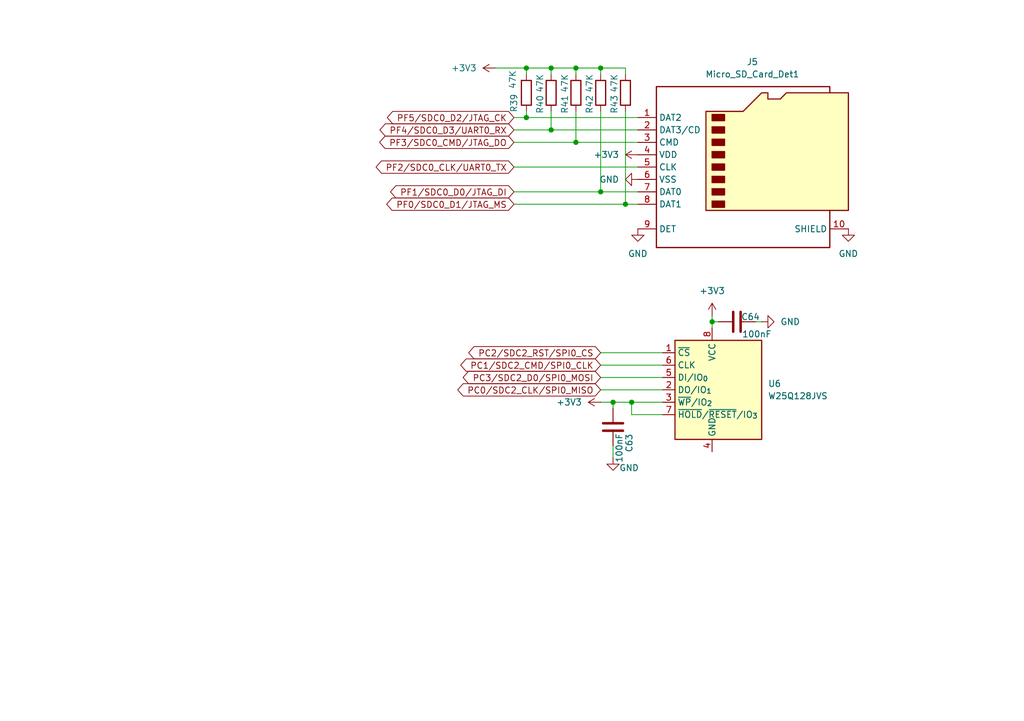
<source format=kicad_sch>
(kicad_sch (version 20250114) (generator "eeschema") (generator_version "9.0")
  (paper "A5")
  (lib_symbols
    (symbol "Connector:Micro_SD_Card_Det1"
      (property "Reference" "J" (at -16.51 17.78 0))
      (property "Value" "Micro_SD_Card_Det1" (at 16.51 17.78 0))
      (symbol "Micro_SD_Card_Det1_0_1"
        (polyline (pts (xy -8.89 -8.89) (xy -8.89 11.43) (xy -1.27 11.43) (xy 2.54 15.24) (xy 3.81 15.24) (xy 3.81 13.97) (xy 6.35 13.97) (xy 7.62 15.24) (xy 20.32 15.24) (xy 20.32 -8.89) (xy -8.89 -8.89)) (stroke (width 0.254)) (fill (type background)))
        (rectangle (start -7.62 10.795) (end -5.08 9.525) (stroke (width 0.254)) (fill (type outline)))
        (rectangle (start -7.62 8.255) (end -5.08 6.985) (stroke (width 0.254)) (fill (type outline)))
        (rectangle (start -7.62 5.715) (end -5.08 4.445) (stroke (width 0.254)) (fill (type outline)))
        (rectangle (start -7.62 3.175) (end -5.08 1.905) (stroke (width 0.254)) (fill (type outline)))
        (rectangle (start -7.62 0.635) (end -5.08 -0.635) (stroke (width 0.254)) (fill (type outline)))
        (rectangle (start -7.62 -1.905) (end -5.08 -3.175) (stroke (width 0.254)) (fill (type outline)))
        (rectangle (start -7.62 -4.445) (end -5.08 -5.715) (stroke (width 0.254)) (fill (type outline)))
        (rectangle (start -7.62 -6.985) (end -5.08 -8.255) (stroke (width 0.254)) (fill (type outline)))
        (polyline (pts (xy 16.51 15.24) (xy 16.51 16.51) (xy -19.05 16.51) (xy -19.05 -16.51) (xy 16.51 -16.51) (xy 16.51 -8.89)) (stroke (width 0.254)))
      )
      (symbol "Micro_SD_Card_Det1_1_1"
        (pin bidirectional line (at -22.86 10.16 0) (length 3.81) (name "DAT2") (number "1"))
        (pin bidirectional line (at -22.86 7.62 0) (length 3.81) (name "DAT3/CD") (number "2"))
        (pin input line (at -22.86 5.08 0) (length 3.81) (name "CMD") (number "3"))
        (pin power_in line (at -22.86 2.54 0) (length 3.81) (name "VDD") (number "4"))
        (pin input line (at -22.86 0 0) (length 3.81) (name "CLK") (number "5"))
        (pin power_in line (at -22.86 -2.54 0) (length 3.81) (name "VSS") (number "6"))
        (pin bidirectional line (at -22.86 -5.08 0) (length 3.81) (name "DAT0") (number "7"))
        (pin bidirectional line (at -22.86 -7.62 0) (length 3.81) (name "DAT1") (number "8"))
        (pin passive line (at -22.86 -12.7 0) (length 3.81) (name "DET") (number "9"))
        (pin passive line (at 20.32 -12.7 180) (length 3.81) (name "SHIELD") (number "10"))
      )
    )
    (symbol "Device:C" (pin_numbers (hide yes)) (pin_names (offset 0.254))
      (property "Reference" "C" (at 0.635 2.54 0))
      (property "Value" "C" (at 0.635 -2.54 0))
      (symbol "C_0_1"
        (polyline (pts (xy -2.032 0.762) (xy 2.032 0.762)) (stroke (width 0.508)))
        (polyline (pts (xy -2.032 -0.762) (xy 2.032 -0.762)) (stroke (width 0.508)))
      )
      (symbol "C_1_1"
        (pin passive line (at 0 3.81 270) (length 2.794) (name "~") (number "1"))
        (pin passive line (at 0 -3.81 90) (length 2.794) (name "~") (number "2"))
      )
    )
    (symbol "Device:R" (pin_numbers (hide yes)) (pin_names (offset 0))
      (property "Reference" "R" (at 2.032 0 90))
      (property "Value" "R" (at 0 0 90))
      (symbol "R_0_1"
        (rectangle (start -1.016 -2.54) (end 1.016 2.54) (stroke (width 0.254)))
      )
      (symbol "R_1_1"
        (pin passive line (at 0 3.81 270) (length 1.27) (name "~") (number "1"))
        (pin passive line (at 0 -3.81 90) (length 1.27) (name "~") (number "2"))
      )
    )
    (symbol "Memory_Flash:W25Q128JVS"
      (property "Reference" "U" (at -6.35 11.43 0))
      (property "Value" "W25Q128JVS" (at 7.62 11.43 0))
      (symbol "W25Q128JVS_0_1"
        (rectangle (start -7.62 10.16) (end 10.16 -10.16) (stroke (width 0.254)) (fill (type background)))
      )
      (symbol "W25Q128JVS_1_1"
        (pin input line (at -10.16 7.62 0) (length 2.54) (name "~{CS}") (number "1"))
        (pin input line (at -10.16 5.08 0) (length 2.54) (name "CLK") (number "6"))
        (pin bidirectional line (at -10.16 2.54 0) (length 2.54) (name "DI/IO_{0}") (number "5"))
        (pin bidirectional line (at -10.16 0 0) (length 2.54) (name "DO/IO_{1}") (number "2"))
        (pin bidirectional line (at -10.16 -2.54 0) (length 2.54) (name "~{WP}/IO_{2}") (number "3"))
        (pin bidirectional line (at -10.16 -5.08 0) (length 2.54) (name "~{HOLD}/~{RESET}/IO_{3}") (number "7"))
        (pin power_in line (at 0 12.7 270) (length 2.54) (name "VCC") (number "8"))
        (pin power_in line (at 0 -12.7 90) (length 2.54) (name "GND") (number "4"))
      )
    )
    (symbol "power:+3V3" (power) (pin_numbers (hide yes)) (pin_names (offset 0) (hide yes))
      (property "Value" "+3V3" (at 0 3.556 0))
      (symbol "+3V3_0_1"
        (polyline (pts (xy -0.762 1.27) (xy 0 2.54)))
        (polyline (pts (xy 0 2.54) (xy 0.762 1.27)))
        (polyline (pts (xy 0 0) (xy 0 2.54)))
      )
      (symbol "+3V3_1_1"
        (pin power_in line (at 0 0 90) (length 0) (name "~") (number "1"))
      )
    )
    (symbol "power:GND" (power) (pin_numbers (hide yes)) (pin_names (offset 0) (hide yes))
      (property "Value" "GND" (at 0 -3.81 0))
      (symbol "GND_0_1"
        (polyline (pts (xy 0 0) (xy 0 -1.27) (xy 1.27 -1.27) (xy 0 -2.54) (xy -1.27 -1.27) (xy 0 -1.27)))
      )
      (symbol "GND_1_1"
        (pin power_in line (at 0 0 270) (length 0) (name "~") (number "1"))
      )
    )
  )
  (junction (at 146.05 66.04))
  (junction (at 113.03 26.67))
  (junction (at 107.95 24.13))
  (junction (at 123.19 39.37))
  (junction (at 107.95 13.97))
  (junction (at 125.73 82.55))
  (junction (at 113.03 13.97))
  (junction (at 128.27 41.91))
  (junction (at 129.54 82.55))
  (junction (at 123.19 13.97))
  (junction (at 118.11 13.97))
  (junction (at 118.11 29.21))
  (wire (pts (xy 105.41 34.29) (xy 130.81 34.29)))
  (wire (pts (xy 118.11 13.97) (xy 123.19 13.97)))
  (wire (pts (xy 147.32 66.04) (xy 146.05 66.04)))
  (wire (pts (xy 105.41 41.91) (xy 128.27 41.91)))
  (wire (pts (xy 105.41 39.37) (xy 123.19 39.37)))
  (wire (pts (xy 123.19 39.37) (xy 130.81 39.37)))
  (wire (pts (xy 146.05 66.04) (xy 146.05 67.31)))
  (wire (pts (xy 105.41 24.13) (xy 107.95 24.13)))
  (wire (pts (xy 113.03 22.86) (xy 113.03 26.67)))
  (wire (pts (xy 123.19 80.01) (xy 135.89 80.01)))
  (wire (pts (xy 125.73 91.44) (xy 125.73 93.98)))
  (wire (pts (xy 113.03 13.97) (xy 113.03 15.24)))
  (wire (pts (xy 101.6 13.97) (xy 107.95 13.97)))
  (wire (pts (xy 105.41 26.67) (xy 113.03 26.67)))
  (wire (pts (xy 146.05 64.77) (xy 146.05 66.04)))
  (wire (pts (xy 128.27 13.97) (xy 128.27 15.24)))
  (wire (pts (xy 123.19 22.86) (xy 123.19 39.37)))
  (wire (pts (xy 128.27 22.86) (xy 128.27 41.91)))
  (wire (pts (xy 107.95 13.97) (xy 113.03 13.97)))
  (wire (pts (xy 125.73 82.55) (xy 125.73 83.82)))
  (wire (pts (xy 128.27 41.91) (xy 130.81 41.91)))
  (wire (pts (xy 105.41 29.21) (xy 118.11 29.21)))
  (wire (pts (xy 129.54 85.09) (xy 129.54 82.55)))
  (wire (pts (xy 123.19 82.55) (xy 125.73 82.55)))
  (wire (pts (xy 118.11 29.21) (xy 130.81 29.21)))
  (wire (pts (xy 123.19 72.39) (xy 135.89 72.39)))
  (wire (pts (xy 125.73 82.55) (xy 129.54 82.55)))
  (wire (pts (xy 156.21 66.04) (xy 154.94 66.04)))
  (wire (pts (xy 107.95 22.86) (xy 107.95 24.13)))
  (wire (pts (xy 123.19 74.93) (xy 135.89 74.93)))
  (wire (pts (xy 113.03 26.67) (xy 130.81 26.67)))
  (wire (pts (xy 118.11 13.97) (xy 118.11 15.24)))
  (wire (pts (xy 123.19 13.97) (xy 123.19 15.24)))
  (wire (pts (xy 123.19 13.97) (xy 128.27 13.97)))
  (wire (pts (xy 123.19 77.47) (xy 135.89 77.47)))
  (wire (pts (xy 107.95 24.13) (xy 130.81 24.13)))
  (wire (pts (xy 107.95 13.97) (xy 107.95 15.24)))
  (wire (pts (xy 129.54 82.55) (xy 135.89 82.55)))
  (wire (pts (xy 135.89 85.09) (xy 129.54 85.09)))
  (wire (pts (xy 118.11 22.86) (xy 118.11 29.21)))
  (wire (pts (xy 113.03 13.97) (xy 118.11 13.97)))
  (global_label "PF5/SDC0_D2/JTAG_CK" (shape bidirectional) (at 105.41 24.13 180) (property "Intersheetrefs" "${INTERSHEET_REFS}" (effects (hide yes))))
  (global_label "PF0/SDC0_D1/JTAG_MS" (shape bidirectional) (at 105.41 41.91 180) (property "Intersheetrefs" "${INTERSHEET_REFS}" (effects (hide yes))))
  (global_label "PC3/SDC2_D0/SPI0_MOSI" (shape bidirectional) (at 123.19 77.47 180) (property "Intersheetrefs" "${INTERSHEET_REFS}" (effects (hide yes))))
  (global_label "PC0/SDC2_CLK/SPI0_MISO" (shape bidirectional) (at 123.19 80.01 180) (property "Intersheetrefs" "${INTERSHEET_REFS}" (effects (hide yes))))
  (global_label "PF2/SDC0_CLK/UART0_TX" (shape bidirectional) (at 105.41 34.29 180) (property "Intersheetrefs" "${INTERSHEET_REFS}" (effects (hide yes))))
  (global_label "PF3/SDC0_CMD/JTAG_DO" (shape bidirectional) (at 105.41 29.21 180) (property "Intersheetrefs" "${INTERSHEET_REFS}" (effects (hide yes))))
  (global_label "PC2/SDC2_RST/SPI0_CS" (shape bidirectional) (at 123.19 72.39 180) (property "Intersheetrefs" "${INTERSHEET_REFS}" (effects (hide yes))))
  (global_label "PF1/SDC0_D0/JTAG_DI" (shape bidirectional) (at 105.41 39.37 180) (property "Intersheetrefs" "${INTERSHEET_REFS}" (effects (hide yes))))
  (global_label "PC1/SDC2_CMD/SPI0_CLK" (shape bidirectional) (at 123.19 74.93 180) (property "Intersheetrefs" "${INTERSHEET_REFS}" (effects (hide yes))))
  (global_label "PF4/SDC0_D3/UART0_RX" (shape bidirectional) (at 105.41 26.67 180) (property "Intersheetrefs" "${INTERSHEET_REFS}" (effects (hide yes))))
  (symbol (lib_id "Device:R") (at 118.11 19.05 0) (unit 1)
    (property "Reference" "R41" (at 115.824 23.368 90) (effects (justify left)))
    (property "Value" "47K" (at 115.824 19.05 90) (effects (justify left)))
    (property "Footprint" "Resistor_SMD:R_0603_1608Metric" (effects (hide yes)))
    (property "Description" "Resistor" (effects (hide yes)))
  )
  (symbol (lib_id "Device:R") (at 128.27 19.05 0) (unit 1)
    (property "Reference" "R43" (at 125.984 23.368 90) (effects (justify left)))
    (property "Value" "47K" (at 125.984 19.05 90) (effects (justify left)))
    (property "Footprint" "Resistor_SMD:R_0603_1608Metric" (effects (hide yes)))
    (property "Description" "Resistor" (effects (hide yes)))
  )
  (symbol (lib_id "power:GND") (at 130.81 46.99 0) (unit 1)
    (property "Reference" "#PWR0151" (effects (hide yes)))
    (property "Value" "GND" (at 130.81 52.07 0))
    (property "Description" "Power symbol creates a global label with name \"GND\" , ground" (effects (hide yes)))
  )
  (symbol (lib_id "power:+3V3") (at 130.81 31.75 90) (unit 1)
    (property "Reference" "#PWR0149" (effects (hide yes)))
    (property "Value" "+3V3" (at 127 31.7499 90) (effects (justify left)))
    (property "Description" "Power symbol creates a global label with name \"+3V3\"" (effects (hide yes)))
  )
  (symbol (lib_id "Memory_Flash:W25Q128JVS") (at 146.05 80.01 0) (unit 1)
    (property "Reference" "U6" (at 157.48 78.7399 0) (effects (justify left)))
    (property "Value" "W25Q128JVS" (at 157.48 81.2799 0) (effects (justify left)))
    (property "Footprint" "Package_SO:SOIC-8_5.3x5.3mm_P1.27mm" (effects (hide yes)))
    (property "Datasheet" "https://www.winbond.com/resource-files/w25q128jv_dtr%20revc%2003272018%20plus.pdf" (effects (hide yes)))
    (property "Description" "128Mbit / 16MiB Serial Flash Memory, Standard/Dual/Quad SPI, 2.7-3.6V, SOIC-8" (effects (hide yes)))
  )
  (symbol (lib_id "power:GND") (at 173.99 46.99 0) (unit 1)
    (property "Reference" "#PWR0154" (effects (hide yes)))
    (property "Value" "GND" (at 173.99 52.07 0))
    (property "Description" "Power symbol creates a global label with name \"GND\" , ground" (effects (hide yes)))
  )
  (symbol (lib_id "power:GND") (at 125.73 93.98 0) (unit 1)
    (property "Reference" "#PWR0148" (effects (hide yes)))
    (property "Value" "GND" (at 131.064 96.012 0) (effects (justify right)))
    (property "Description" "Power symbol creates a global label with name \"GND\" , ground" (effects (hide yes)))
  )
  (symbol (lib_id "Device:R") (at 123.19 19.05 0) (unit 1)
    (property "Reference" "R42" (at 120.904 23.368 90) (effects (justify left)))
    (property "Value" "47K" (at 120.904 19.05 90) (effects (justify left)))
    (property "Footprint" "Resistor_SMD:R_0603_1608Metric" (effects (hide yes)))
    (property "Description" "Resistor" (effects (hide yes)))
  )
  (symbol (lib_id "Device:C") (at 125.73 87.63 0) (unit 1)
    (property "Reference" "C63" (at 129.032 90.932 90))
    (property "Value" "100nF" (at 127 91.948 90))
    (property "Footprint" "Capacitor_SMD:C_0603_1608Metric" (effects (hide yes)))
    (property "Description" "Unpolarized capacitor" (effects (hide yes)))
  )
  (symbol (lib_id "power:+3V3") (at 101.6 13.97 90) (unit 1)
    (property "Reference" "#PWR0146" (effects (hide yes)))
    (property "Value" "+3V3" (at 97.79 13.9699 90) (effects (justify left)))
    (property "Description" "Power symbol creates a global label with name \"+3V3\"" (effects (hide yes)))
  )
  (symbol (lib_id "Connector:Micro_SD_Card_Det1") (at 153.67 34.29 0) (unit 1)
    (property "Reference" "J5" (at 154.305 12.7 0))
    (property "Value" "Micro_SD_Card_Det1" (at 154.305 15.24 0))
    (property "Footprint" "myPCB:TF-SMD_TF-PUSH" (effects (hide yes)))
    (property "Datasheet" "https://datasheet.lcsc.com/lcsc/2110151630_XKB-Connectivity-XKTF-015-N_C381082.pdf" (effects (hide yes)))
    (property "Description" "Micro SD Card Socket with one card detection pin" (effects (hide yes)))
  )
  (symbol (lib_id "power:GND") (at 156.21 66.04 90) (unit 1)
    (property "Reference" "#PWR0153" (effects (hide yes)))
    (property "Value" "GND" (at 160.02 66.0399 90) (effects (justify right)))
    (property "Description" "Power symbol creates a global label with name \"GND\" , ground" (effects (hide yes)))
  )
  (symbol (lib_id "Device:R") (at 113.03 19.05 0) (unit 1)
    (property "Reference" "R40" (at 110.744 23.368 90) (effects (justify left)))
    (property "Value" "47K" (at 110.744 19.05 90) (effects (justify left)))
    (property "Footprint" "Resistor_SMD:R_0603_1608Metric" (effects (hide yes)))
    (property "Description" "Resistor" (effects (hide yes)))
  )
  (symbol (lib_id "power:+3V3") (at 146.05 64.77 0) (unit 1)
    (property "Reference" "#PWR0152" (effects (hide yes)))
    (property "Value" "+3V3" (at 146.05 59.69 0))
    (property "Description" "Power symbol creates a global label with name \"+3V3\"" (effects (hide yes)))
  )
  (symbol (lib_id "Device:C") (at 151.13 66.04 90) (unit 1)
    (property "Reference" "C64" (at 153.924 65.024 90))
    (property "Value" "100nF" (at 155.194 68.58 90))
    (property "Footprint" "Capacitor_SMD:C_0603_1608Metric" (effects (hide yes)))
    (property "Description" "Unpolarized capacitor" (effects (hide yes)))
  )
  (symbol (lib_id "power:+3V3") (at 123.19 82.55 90) (unit 1)
    (property "Reference" "#PWR0147" (effects (hide yes)))
    (property "Value" "+3V3" (at 119.38 82.5499 90) (effects (justify left)))
    (property "Description" "Power symbol creates a global label with name \"+3V3\"" (effects (hide yes)))
  )
  (symbol (lib_id "power:GND") (at 130.81 36.83 270) (unit 1)
    (property "Reference" "#PWR0150" (effects (hide yes)))
    (property "Value" "GND" (at 127 36.8299 90) (effects (justify right)))
    (property "Description" "Power symbol creates a global label with name \"GND\" , ground" (effects (hide yes)))
  )
  (symbol (lib_id "Device:R") (at 107.95 19.05 0) (unit 1)
    (property "Reference" "R39" (at 105.41 23.114 90) (effects (justify left)))
    (property "Value" "47K" (at 105.156 18.288 90) (effects (justify left)))
    (property "Footprint" "Resistor_SMD:R_0603_1608Metric" (effects (hide yes)))
    (property "Description" "Resistor" (effects (hide yes)))
  )
)
</source>
